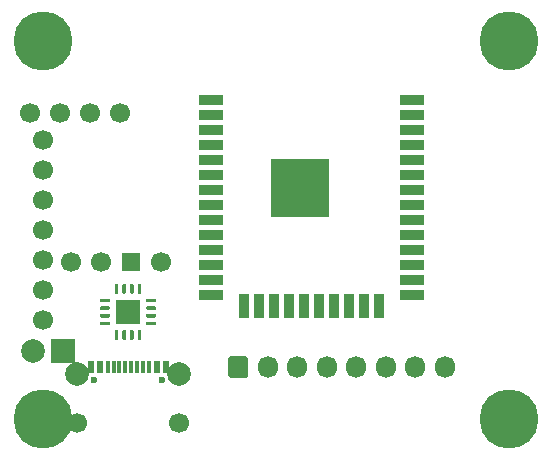
<source format=gbr>
%TF.GenerationSoftware,KiCad,Pcbnew,(5.1.9-0-10_14)*%
%TF.CreationDate,2021-03-09T10:31:21+00:00*%
%TF.ProjectId,OLED,4f4c4544-2e6b-4696-9361-645f70636258,rev?*%
%TF.SameCoordinates,Original*%
%TF.FileFunction,Soldermask,Top*%
%TF.FilePolarity,Negative*%
%FSLAX46Y46*%
G04 Gerber Fmt 4.6, Leading zero omitted, Abs format (unit mm)*
G04 Created by KiCad (PCBNEW (5.1.9-0-10_14)) date 2021-03-09 10:31:21*
%MOMM*%
%LPD*%
G01*
G04 APERTURE LIST*
%ADD10C,2.000000*%
%ADD11R,2.000000X2.000000*%
%ADD12C,5.000000*%
%ADD13C,1.700000*%
%ADD14R,2.000000X0.900000*%
%ADD15R,0.900000X2.000000*%
%ADD16R,5.000000X5.000000*%
%ADD17R,2.100000X2.100000*%
%ADD18R,1.524000X1.524000*%
%ADD19O,1.700000X1.850000*%
%ADD20R,0.600000X1.140000*%
%ADD21R,0.300000X1.140000*%
%ADD22C,0.600000*%
G04 APERTURE END LIST*
D10*
%TO.C,J2*%
X91710000Y-91750000D03*
D11*
X94250000Y-91750000D03*
%TD*%
D12*
%TO.C,M2*%
X92500000Y-65500000D03*
X92500000Y-97500000D03*
X132000000Y-97500000D03*
X132000000Y-65500000D03*
D13*
X92500000Y-89120000D03*
X92500000Y-86580000D03*
X92500000Y-84040000D03*
X92500000Y-81500000D03*
X92500000Y-78960000D03*
X92500000Y-76420000D03*
X92500000Y-73880000D03*
%TD*%
%TO.C,M3*%
X99020000Y-71650000D03*
X96480000Y-71650000D03*
X93940000Y-71650000D03*
X91400000Y-71650000D03*
%TD*%
D14*
%TO.C,U2*%
X123750000Y-70500000D03*
X123750000Y-71770000D03*
X123750000Y-73040000D03*
X123750000Y-74310000D03*
X123750000Y-75580000D03*
X123750000Y-76850000D03*
X123750000Y-78120000D03*
X123750000Y-79390000D03*
X123750000Y-80660000D03*
X123750000Y-81930000D03*
X123750000Y-83200000D03*
X123750000Y-84470000D03*
X123750000Y-85740000D03*
X123750000Y-87010000D03*
D15*
X120965000Y-88010000D03*
X119695000Y-88010000D03*
X118425000Y-88010000D03*
X117155000Y-88010000D03*
X115885000Y-88010000D03*
X114615000Y-88010000D03*
X113345000Y-88010000D03*
X112075000Y-88010000D03*
X110805000Y-88010000D03*
X109535000Y-88010000D03*
D14*
X106750000Y-87010000D03*
X106750000Y-85740000D03*
X106750000Y-84470000D03*
X106750000Y-83200000D03*
X106750000Y-81930000D03*
X106750000Y-80660000D03*
X106750000Y-79390000D03*
X106750000Y-78120000D03*
X106750000Y-76850000D03*
X106750000Y-75580000D03*
X106750000Y-74310000D03*
X106750000Y-73040000D03*
X106750000Y-71770000D03*
X106750000Y-70500000D03*
D16*
X114250000Y-78000000D03*
%TD*%
D17*
%TO.C,U1*%
X99725000Y-88475000D03*
G36*
G01*
X98600000Y-86875000D02*
X98600000Y-86175000D01*
G75*
G02*
X98675000Y-86100000I75000J0D01*
G01*
X98825000Y-86100000D01*
G75*
G02*
X98900000Y-86175000I0J-75000D01*
G01*
X98900000Y-86875000D01*
G75*
G02*
X98825000Y-86950000I-75000J0D01*
G01*
X98675000Y-86950000D01*
G75*
G02*
X98600000Y-86875000I0J75000D01*
G01*
G37*
G36*
G01*
X99250000Y-86875000D02*
X99250000Y-86175000D01*
G75*
G02*
X99325000Y-86100000I75000J0D01*
G01*
X99475000Y-86100000D01*
G75*
G02*
X99550000Y-86175000I0J-75000D01*
G01*
X99550000Y-86875000D01*
G75*
G02*
X99475000Y-86950000I-75000J0D01*
G01*
X99325000Y-86950000D01*
G75*
G02*
X99250000Y-86875000I0J75000D01*
G01*
G37*
G36*
G01*
X99900000Y-86875000D02*
X99900000Y-86175000D01*
G75*
G02*
X99975000Y-86100000I75000J0D01*
G01*
X100125000Y-86100000D01*
G75*
G02*
X100200000Y-86175000I0J-75000D01*
G01*
X100200000Y-86875000D01*
G75*
G02*
X100125000Y-86950000I-75000J0D01*
G01*
X99975000Y-86950000D01*
G75*
G02*
X99900000Y-86875000I0J75000D01*
G01*
G37*
G36*
G01*
X100550000Y-86875000D02*
X100550000Y-86175000D01*
G75*
G02*
X100625000Y-86100000I75000J0D01*
G01*
X100775000Y-86100000D01*
G75*
G02*
X100850000Y-86175000I0J-75000D01*
G01*
X100850000Y-86875000D01*
G75*
G02*
X100775000Y-86950000I-75000J0D01*
G01*
X100625000Y-86950000D01*
G75*
G02*
X100550000Y-86875000I0J75000D01*
G01*
G37*
G36*
G01*
X101250000Y-87575000D02*
X101250000Y-87425000D01*
G75*
G02*
X101325000Y-87350000I75000J0D01*
G01*
X102025000Y-87350000D01*
G75*
G02*
X102100000Y-87425000I0J-75000D01*
G01*
X102100000Y-87575000D01*
G75*
G02*
X102025000Y-87650000I-75000J0D01*
G01*
X101325000Y-87650000D01*
G75*
G02*
X101250000Y-87575000I0J75000D01*
G01*
G37*
G36*
G01*
X101250000Y-88225000D02*
X101250000Y-88075000D01*
G75*
G02*
X101325000Y-88000000I75000J0D01*
G01*
X102025000Y-88000000D01*
G75*
G02*
X102100000Y-88075000I0J-75000D01*
G01*
X102100000Y-88225000D01*
G75*
G02*
X102025000Y-88300000I-75000J0D01*
G01*
X101325000Y-88300000D01*
G75*
G02*
X101250000Y-88225000I0J75000D01*
G01*
G37*
G36*
G01*
X101250000Y-88875000D02*
X101250000Y-88725000D01*
G75*
G02*
X101325000Y-88650000I75000J0D01*
G01*
X102025000Y-88650000D01*
G75*
G02*
X102100000Y-88725000I0J-75000D01*
G01*
X102100000Y-88875000D01*
G75*
G02*
X102025000Y-88950000I-75000J0D01*
G01*
X101325000Y-88950000D01*
G75*
G02*
X101250000Y-88875000I0J75000D01*
G01*
G37*
G36*
G01*
X101250000Y-89525000D02*
X101250000Y-89375000D01*
G75*
G02*
X101325000Y-89300000I75000J0D01*
G01*
X102025000Y-89300000D01*
G75*
G02*
X102100000Y-89375000I0J-75000D01*
G01*
X102100000Y-89525000D01*
G75*
G02*
X102025000Y-89600000I-75000J0D01*
G01*
X101325000Y-89600000D01*
G75*
G02*
X101250000Y-89525000I0J75000D01*
G01*
G37*
G36*
G01*
X100550000Y-90775000D02*
X100550000Y-90075000D01*
G75*
G02*
X100625000Y-90000000I75000J0D01*
G01*
X100775000Y-90000000D01*
G75*
G02*
X100850000Y-90075000I0J-75000D01*
G01*
X100850000Y-90775000D01*
G75*
G02*
X100775000Y-90850000I-75000J0D01*
G01*
X100625000Y-90850000D01*
G75*
G02*
X100550000Y-90775000I0J75000D01*
G01*
G37*
G36*
G01*
X99900000Y-90775000D02*
X99900000Y-90075000D01*
G75*
G02*
X99975000Y-90000000I75000J0D01*
G01*
X100125000Y-90000000D01*
G75*
G02*
X100200000Y-90075000I0J-75000D01*
G01*
X100200000Y-90775000D01*
G75*
G02*
X100125000Y-90850000I-75000J0D01*
G01*
X99975000Y-90850000D01*
G75*
G02*
X99900000Y-90775000I0J75000D01*
G01*
G37*
G36*
G01*
X99250000Y-90775000D02*
X99250000Y-90075000D01*
G75*
G02*
X99325000Y-90000000I75000J0D01*
G01*
X99475000Y-90000000D01*
G75*
G02*
X99550000Y-90075000I0J-75000D01*
G01*
X99550000Y-90775000D01*
G75*
G02*
X99475000Y-90850000I-75000J0D01*
G01*
X99325000Y-90850000D01*
G75*
G02*
X99250000Y-90775000I0J75000D01*
G01*
G37*
G36*
G01*
X98600000Y-90775000D02*
X98600000Y-90075000D01*
G75*
G02*
X98675000Y-90000000I75000J0D01*
G01*
X98825000Y-90000000D01*
G75*
G02*
X98900000Y-90075000I0J-75000D01*
G01*
X98900000Y-90775000D01*
G75*
G02*
X98825000Y-90850000I-75000J0D01*
G01*
X98675000Y-90850000D01*
G75*
G02*
X98600000Y-90775000I0J75000D01*
G01*
G37*
G36*
G01*
X97350000Y-89525000D02*
X97350000Y-89375000D01*
G75*
G02*
X97425000Y-89300000I75000J0D01*
G01*
X98125000Y-89300000D01*
G75*
G02*
X98200000Y-89375000I0J-75000D01*
G01*
X98200000Y-89525000D01*
G75*
G02*
X98125000Y-89600000I-75000J0D01*
G01*
X97425000Y-89600000D01*
G75*
G02*
X97350000Y-89525000I0J75000D01*
G01*
G37*
G36*
G01*
X97350000Y-88875000D02*
X97350000Y-88725000D01*
G75*
G02*
X97425000Y-88650000I75000J0D01*
G01*
X98125000Y-88650000D01*
G75*
G02*
X98200000Y-88725000I0J-75000D01*
G01*
X98200000Y-88875000D01*
G75*
G02*
X98125000Y-88950000I-75000J0D01*
G01*
X97425000Y-88950000D01*
G75*
G02*
X97350000Y-88875000I0J75000D01*
G01*
G37*
G36*
G01*
X97350000Y-88225000D02*
X97350000Y-88075000D01*
G75*
G02*
X97425000Y-88000000I75000J0D01*
G01*
X98125000Y-88000000D01*
G75*
G02*
X98200000Y-88075000I0J-75000D01*
G01*
X98200000Y-88225000D01*
G75*
G02*
X98125000Y-88300000I-75000J0D01*
G01*
X97425000Y-88300000D01*
G75*
G02*
X97350000Y-88225000I0J75000D01*
G01*
G37*
G36*
G01*
X97350000Y-87575000D02*
X97350000Y-87425000D01*
G75*
G02*
X97425000Y-87350000I75000J0D01*
G01*
X98125000Y-87350000D01*
G75*
G02*
X98200000Y-87425000I0J-75000D01*
G01*
X98200000Y-87575000D01*
G75*
G02*
X98125000Y-87650000I-75000J0D01*
G01*
X97425000Y-87650000D01*
G75*
G02*
X97350000Y-87575000I0J75000D01*
G01*
G37*
%TD*%
D13*
%TO.C,M1*%
X94940000Y-84230000D03*
X102560000Y-84230000D03*
D18*
X100020000Y-84230000D03*
D13*
X97480000Y-84230000D03*
%TD*%
D19*
%TO.C,J3*%
X126550000Y-93150000D03*
X124050000Y-93150000D03*
X121550000Y-93150000D03*
X119050000Y-93150000D03*
X116550000Y-93150000D03*
X114050000Y-93150000D03*
X111550000Y-93150000D03*
G36*
G01*
X108200000Y-93825000D02*
X108200000Y-92475000D01*
G75*
G02*
X108450000Y-92225000I250000J0D01*
G01*
X109650000Y-92225000D01*
G75*
G02*
X109900000Y-92475000I0J-250000D01*
G01*
X109900000Y-93825000D01*
G75*
G02*
X109650000Y-94075000I-250000J0D01*
G01*
X108450000Y-94075000D01*
G75*
G02*
X108200000Y-93825000I0J250000D01*
G01*
G37*
%TD*%
D20*
%TO.C,J1*%
X102950000Y-93135000D03*
X97350000Y-93135000D03*
X96550000Y-93135000D03*
X102150000Y-93135000D03*
D13*
X104075000Y-97905000D03*
X95425000Y-97905000D03*
D10*
X104075000Y-93725000D03*
X95425000Y-93725000D03*
D21*
X100000000Y-93135000D03*
X99500000Y-93135000D03*
X100500000Y-93135000D03*
X99000000Y-93135000D03*
X101000000Y-93135000D03*
X98500000Y-93135000D03*
X101500000Y-93135000D03*
X98000000Y-93135000D03*
D20*
X102150000Y-93135000D03*
X97350000Y-93135000D03*
X102950000Y-93135000D03*
D22*
X102640000Y-94205000D03*
X96860000Y-94205000D03*
D20*
X96550000Y-93135000D03*
%TD*%
M02*

</source>
